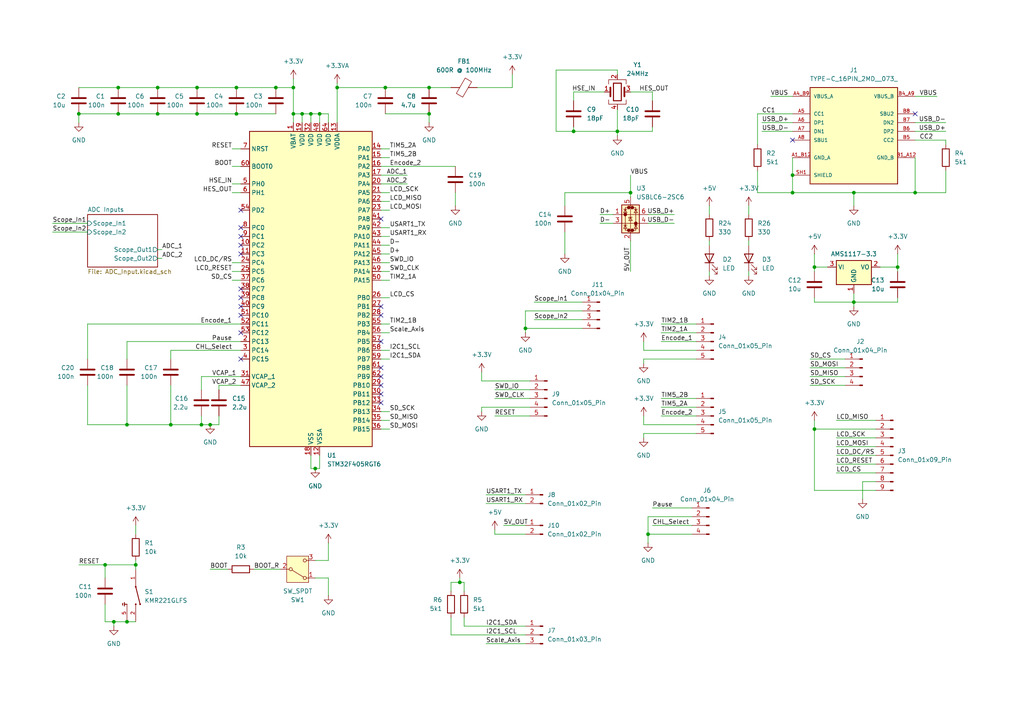
<source format=kicad_sch>
(kicad_sch (version 20250114) (generator "eeschema") (generator_version "9.0")
  (paper "A4")
  (junction (at 68.58 33.02))
  (junction (at 111.76 25.4))
  (junction (at 236.22 77.47))
  (junction (at 91.44 135.89))
  (junction (at 22.86 33.02))
  (junction (at 229.87 50.8))
  (junction (at 97.79 25.4))
  (junction (at 49.53 123.19))
  (junction (at 166.37 38.1))
  (junction (at 260.35 77.47))
  (junction (at 92.71 33.02))
  (junction (at 57.15 33.02))
  (junction (at 36.83 180.34))
  (junction (at 60.96 123.19))
  (junction (at 182.88 55.88))
  (junction (at 187.96 154.94))
  (junction (at 80.01 25.4))
  (junction (at 85.09 33.02))
  (junction (at 90.17 33.02))
  (junction (at 124.46 33.02))
  (junction (at 45.72 25.4))
  (junction (at 85.09 25.4))
  (junction (at 30.48 163.83))
  (junction (at 247.65 55.88))
  (junction (at 39.37 163.83))
  (junction (at 58.42 123.19))
  (junction (at 247.65 87.63))
  (junction (at 57.15 25.4))
  (junction (at 124.46 25.4))
  (junction (at 36.83 123.19))
  (junction (at 33.02 180.34))
  (junction (at 34.29 25.4))
  (junction (at 87.63 33.02))
  (junction (at 265.43 55.88))
  (junction (at 133.35 168.91))
  (junction (at 229.87 55.88))
  (junction (at 179.07 38.1))
  (junction (at 236.22 124.46))
  (junction (at 34.29 33.02))
  (junction (at 45.72 33.02))
  (junction (at 68.58 25.4))
  (junction (at 152.4 95.25))
  (no_connect (at 110.49 99.06))
  (no_connect (at 69.85 60.96))
  (no_connect (at 110.49 114.3))
  (no_connect (at 69.85 68.58))
  (no_connect (at 69.85 91.44))
  (no_connect (at 69.85 88.9))
  (no_connect (at 69.85 104.14))
  (no_connect (at 69.85 73.66))
  (no_connect (at 69.85 86.36))
  (no_connect (at 229.87 40.64))
  (no_connect (at 110.49 106.68))
  (no_connect (at 69.85 71.12))
  (no_connect (at 69.85 83.82))
  (no_connect (at 265.43 33.02))
  (no_connect (at 110.49 88.9))
  (no_connect (at 110.49 63.5))
  (no_connect (at 110.49 116.84))
  (no_connect (at 110.49 111.76))
  (no_connect (at 110.49 91.44))
  (no_connect (at 110.49 109.22))
  (no_connect (at 69.85 96.52))
  (no_connect (at 69.85 66.04))
  (wire (pts (xy 152.4 95.25) (xy 168.91 95.25)))
  (wire (pts (xy 134.62 179.07) (xy 134.62 181.61)))
  (wire (pts (xy 113.03 43.18) (xy 110.49 43.18)))
  (wire (pts (xy 113.03 76.2) (xy 110.49 76.2)))
  (wire (pts (xy 30.48 163.83) (xy 39.37 163.83)))
  (wire (pts (xy 60.96 123.19) (xy 63.5 123.19)))
  (wire (pts (xy 154.94 92.71) (xy 168.91 92.71)))
  (wire (pts (xy 68.58 33.02) (xy 80.01 33.02)))
  (wire (pts (xy 25.4 93.98) (xy 69.85 93.98)))
  (wire (pts (xy 236.22 124.46) (xy 236.22 121.92)))
  (wire (pts (xy 163.83 67.31) (xy 163.83 73.66)))
  (wire (pts (xy 134.62 168.91) (xy 133.35 168.91)))
  (wire (pts (xy 223.52 27.94) (xy 229.87 27.94)))
  (wire (pts (xy 113.03 73.66) (xy 110.49 73.66)))
  (wire (pts (xy 236.22 78.74) (xy 236.22 77.47)))
  (wire (pts (xy 113.03 124.46) (xy 110.49 124.46)))
  (wire (pts (xy 236.22 87.63) (xy 247.65 87.63)))
  (wire (pts (xy 34.29 25.4) (xy 22.86 25.4)))
  (wire (pts (xy 191.77 118.11) (xy 201.93 118.11)))
  (wire (pts (xy 36.83 99.06) (xy 69.85 99.06)))
  (wire (pts (xy 15.24 67.31) (xy 25.4 67.31)))
  (wire (pts (xy 265.43 38.1) (xy 274.32 38.1)))
  (wire (pts (xy 219.71 49.53) (xy 219.71 55.88)))
  (wire (pts (xy 113.03 58.42) (xy 110.49 58.42)))
  (wire (pts (xy 58.42 109.22) (xy 69.85 109.22)))
  (wire (pts (xy 67.31 53.34) (xy 69.85 53.34)))
  (wire (pts (xy 186.69 104.14) (xy 186.69 105.41)))
  (wire (pts (xy 133.35 168.91) (xy 130.81 168.91)))
  (wire (pts (xy 68.58 25.4) (xy 80.01 25.4)))
  (wire (pts (xy 217.17 59.69) (xy 217.17 62.23)))
  (wire (pts (xy 113.03 101.6) (xy 110.49 101.6)))
  (wire (pts (xy 39.37 162.56) (xy 39.37 163.83)))
  (wire (pts (xy 265.43 45.72) (xy 265.43 55.88)))
  (wire (pts (xy 189.23 152.4) (xy 200.66 152.4)))
  (wire (pts (xy 92.71 132.08) (xy 92.71 135.89)))
  (wire (pts (xy 242.57 137.16) (xy 254 137.16)))
  (wire (pts (xy 254 142.24) (xy 236.22 142.24)))
  (wire (pts (xy 191.77 93.98) (xy 201.93 93.98)))
  (wire (pts (xy 191.77 115.57) (xy 201.93 115.57)))
  (wire (pts (xy 182.88 55.88) (xy 182.88 57.15)))
  (wire (pts (xy 110.49 53.34) (xy 118.11 53.34)))
  (wire (pts (xy 57.15 25.4) (xy 68.58 25.4)))
  (wire (pts (xy 179.07 38.1) (xy 179.07 39.37)))
  (wire (pts (xy 92.71 33.02) (xy 90.17 33.02)))
  (wire (pts (xy 247.65 85.09) (xy 247.65 87.63)))
  (wire (pts (xy 91.44 167.64) (xy 95.25 167.64)))
  (wire (pts (xy 189.23 29.21) (xy 189.23 26.67)))
  (wire (pts (xy 113.03 119.38) (xy 110.49 119.38)))
  (wire (pts (xy 113.03 86.36) (xy 110.49 86.36)))
  (wire (pts (xy 113.03 93.98) (xy 110.49 93.98)))
  (wire (pts (xy 130.81 168.91) (xy 130.81 171.45)))
  (wire (pts (xy 92.71 33.02) (xy 92.71 35.56)))
  (wire (pts (xy 236.22 73.66) (xy 236.22 77.47)))
  (wire (pts (xy 250.19 139.7) (xy 250.19 144.78)))
  (wire (pts (xy 58.42 109.22) (xy 58.42 113.03)))
  (wire (pts (xy 234.95 109.22) (xy 245.11 109.22)))
  (wire (pts (xy 217.17 78.74) (xy 217.17 80.01)))
  (wire (pts (xy 242.57 129.54) (xy 254 129.54)))
  (wire (pts (xy 30.48 163.83) (xy 30.48 167.64)))
  (wire (pts (xy 234.95 106.68) (xy 245.11 106.68)))
  (wire (pts (xy 36.83 104.14) (xy 36.83 99.06)))
  (wire (pts (xy 80.01 25.4) (xy 85.09 25.4)))
  (wire (pts (xy 58.42 123.19) (xy 60.96 123.19)))
  (wire (pts (xy 254 139.7) (xy 250.19 139.7)))
  (wire (pts (xy 182.88 50.8) (xy 182.88 55.88)))
  (wire (pts (xy 182.88 69.85) (xy 182.88 78.74)))
  (wire (pts (xy 229.87 55.88) (xy 247.65 55.88)))
  (wire (pts (xy 242.57 121.92) (xy 254 121.92)))
  (wire (pts (xy 143.51 153.67) (xy 143.51 154.94)))
  (wire (pts (xy 201.93 125.73) (xy 186.69 125.73)))
  (wire (pts (xy 97.79 24.13) (xy 97.79 25.4)))
  (wire (pts (xy 22.86 33.02) (xy 22.86 35.56)))
  (wire (pts (xy 49.53 101.6) (xy 69.85 101.6)))
  (wire (pts (xy 187.96 64.77) (xy 195.58 64.77)))
  (wire (pts (xy 95.25 167.64) (xy 95.25 172.72)))
  (wire (pts (xy 113.03 121.92) (xy 110.49 121.92)))
  (wire (pts (xy 220.98 35.56) (xy 229.87 35.56)))
  (wire (pts (xy 220.98 38.1) (xy 229.87 38.1)))
  (wire (pts (xy 187.96 149.86) (xy 187.96 154.94)))
  (wire (pts (xy 219.71 33.02) (xy 229.87 33.02)))
  (wire (pts (xy 163.83 55.88) (xy 182.88 55.88)))
  (wire (pts (xy 219.71 41.91) (xy 219.71 33.02)))
  (wire (pts (xy 97.79 25.4) (xy 97.79 35.56)))
  (wire (pts (xy 110.49 50.8) (xy 118.11 50.8)))
  (wire (pts (xy 265.43 40.64) (xy 274.32 40.64)))
  (wire (pts (xy 260.35 87.63) (xy 260.35 86.36)))
  (wire (pts (xy 58.42 120.65) (xy 58.42 123.19)))
  (wire (pts (xy 242.57 132.08) (xy 254 132.08)))
  (wire (pts (xy 34.29 25.4) (xy 45.72 25.4)))
  (wire (pts (xy 173.99 64.77) (xy 177.8 64.77)))
  (wire (pts (xy 143.51 154.94) (xy 152.4 154.94)))
  (wire (pts (xy 113.03 68.58) (xy 110.49 68.58)))
  (wire (pts (xy 39.37 152.4) (xy 39.37 154.94)))
  (wire (pts (xy 260.35 78.74) (xy 260.35 77.47)))
  (wire (pts (xy 90.17 33.02) (xy 90.17 35.56)))
  (wire (pts (xy 110.49 48.26) (xy 132.08 48.26)))
  (wire (pts (xy 85.09 22.86) (xy 85.09 25.4)))
  (wire (pts (xy 205.74 69.85) (xy 205.74 71.12)))
  (wire (pts (xy 143.51 115.57) (xy 153.67 115.57)))
  (wire (pts (xy 191.77 120.65) (xy 201.93 120.65)))
  (wire (pts (xy 113.03 81.28) (xy 110.49 81.28)))
  (wire (pts (xy 186.69 120.65) (xy 186.69 123.19)))
  (wire (pts (xy 139.7 107.95) (xy 139.7 110.49)))
  (wire (pts (xy 201.93 104.14) (xy 186.69 104.14)))
  (wire (pts (xy 254 124.46) (xy 236.22 124.46)))
  (wire (pts (xy 274.32 49.53) (xy 274.32 55.88)))
  (wire (pts (xy 49.53 104.14) (xy 49.53 101.6)))
  (wire (pts (xy 90.17 33.02) (xy 87.63 33.02)))
  (wire (pts (xy 113.03 78.74) (xy 110.49 78.74)))
  (wire (pts (xy 49.53 123.19) (xy 58.42 123.19)))
  (wire (pts (xy 187.96 154.94) (xy 187.96 157.48)))
  (wire (pts (xy 33.02 180.34) (xy 36.83 180.34)))
  (wire (pts (xy 229.87 50.8) (xy 229.87 55.88)))
  (wire (pts (xy 25.4 123.19) (xy 36.83 123.19)))
  (wire (pts (xy 67.31 76.2) (xy 69.85 76.2)))
  (wire (pts (xy 30.48 180.34) (xy 33.02 180.34)))
  (wire (pts (xy 22.86 163.83) (xy 30.48 163.83)))
  (wire (pts (xy 124.46 25.4) (xy 130.81 25.4)))
  (wire (pts (xy 186.69 123.19) (xy 201.93 123.19)))
  (wire (pts (xy 154.94 87.63) (xy 168.91 87.63)))
  (wire (pts (xy 45.72 25.4) (xy 57.15 25.4)))
  (wire (pts (xy 134.62 181.61) (xy 152.4 181.61)))
  (wire (pts (xy 186.69 99.06) (xy 186.69 101.6)))
  (wire (pts (xy 113.03 96.52) (xy 110.49 96.52)))
  (wire (pts (xy 67.31 48.26) (xy 69.85 48.26)))
  (wire (pts (xy 152.4 96.52) (xy 152.4 95.25)))
  (wire (pts (xy 179.07 20.32) (xy 179.07 21.59)))
  (wire (pts (xy 260.35 73.66) (xy 260.35 77.47)))
  (wire (pts (xy 57.15 33.02) (xy 68.58 33.02)))
  (wire (pts (xy 260.35 77.47) (xy 255.27 77.47)))
  (wire (pts (xy 205.74 59.69) (xy 205.74 62.23)))
  (wire (pts (xy 73.66 165.1) (xy 81.28 165.1)))
  (wire (pts (xy 113.03 104.14) (xy 110.49 104.14)))
  (wire (pts (xy 148.59 25.4) (xy 148.59 21.59)))
  (wire (pts (xy 113.03 66.04) (xy 110.49 66.04)))
  (wire (pts (xy 15.24 64.77) (xy 25.4 64.77)))
  (wire (pts (xy 85.09 33.02) (xy 85.09 35.56)))
  (wire (pts (xy 229.87 45.72) (xy 229.87 50.8)))
  (wire (pts (xy 49.53 111.76) (xy 49.53 123.19)))
  (wire (pts (xy 124.46 33.02) (xy 124.46 35.56)))
  (wire (pts (xy 187.96 154.94) (xy 200.66 154.94)))
  (wire (pts (xy 189.23 38.1) (xy 189.23 36.83)))
  (wire (pts (xy 186.69 101.6) (xy 201.93 101.6)))
  (wire (pts (xy 67.31 55.88) (xy 69.85 55.88)))
  (wire (pts (xy 92.71 135.89) (xy 91.44 135.89)))
  (wire (pts (xy 97.79 25.4) (xy 111.76 25.4)))
  (wire (pts (xy 132.08 55.88) (xy 132.08 59.69)))
  (wire (pts (xy 67.31 78.74) (xy 69.85 78.74)))
  (wire (pts (xy 34.29 33.02) (xy 45.72 33.02)))
  (wire (pts (xy 143.51 113.03) (xy 153.67 113.03)))
  (wire (pts (xy 36.83 111.76) (xy 36.83 123.19)))
  (wire (pts (xy 90.17 135.89) (xy 91.44 135.89)))
  (wire (pts (xy 95.25 33.02) (xy 92.71 33.02)))
  (wire (pts (xy 236.22 142.24) (xy 236.22 124.46)))
  (wire (pts (xy 25.4 104.14) (xy 25.4 93.98)))
  (wire (pts (xy 33.02 180.34) (xy 33.02 181.61)))
  (wire (pts (xy 22.86 33.02) (xy 34.29 33.02)))
  (wire (pts (xy 236.22 77.47) (xy 240.03 77.47)))
  (wire (pts (xy 45.72 33.02) (xy 57.15 33.02)))
  (wire (pts (xy 67.31 43.18) (xy 69.85 43.18)))
  (wire (pts (xy 113.03 60.96) (xy 110.49 60.96)))
  (wire (pts (xy 247.65 55.88) (xy 247.65 59.69)))
  (wire (pts (xy 113.03 45.72) (xy 110.49 45.72)))
  (wire (pts (xy 63.5 123.19) (xy 63.5 120.65)))
  (wire (pts (xy 265.43 27.94) (xy 271.78 27.94)))
  (wire (pts (xy 205.74 78.74) (xy 205.74 80.01)))
  (wire (pts (xy 140.97 186.69) (xy 152.4 186.69)))
  (wire (pts (xy 45.72 72.39) (xy 46.99 72.39)))
  (wire (pts (xy 191.77 99.06) (xy 201.93 99.06)))
  (wire (pts (xy 242.57 134.62) (xy 254 134.62)))
  (wire (pts (xy 85.09 25.4) (xy 85.09 33.02)))
  (wire (pts (xy 242.57 127) (xy 254 127)))
  (wire (pts (xy 219.71 55.88) (xy 229.87 55.88)))
  (wire (pts (xy 30.48 175.26) (xy 30.48 180.34)))
  (wire (pts (xy 113.03 55.88) (xy 110.49 55.88)))
  (wire (pts (xy 111.76 33.02) (xy 124.46 33.02)))
  (wire (pts (xy 182.88 26.67) (xy 189.23 26.67)))
  (wire (pts (xy 113.03 71.12) (xy 110.49 71.12)))
  (wire (pts (xy 36.83 180.34) (xy 39.37 180.34)))
  (wire (pts (xy 146.05 152.4) (xy 152.4 152.4)))
  (wire (pts (xy 179.07 20.32) (xy 161.29 20.32)))
  (wire (pts (xy 234.95 111.76) (xy 245.11 111.76)))
  (wire (pts (xy 247.65 87.63) (xy 247.65 88.9)))
  (wire (pts (xy 274.32 40.64) (xy 274.32 41.91)))
  (wire (pts (xy 265.43 35.56) (xy 274.32 35.56)))
  (wire (pts (xy 140.97 146.05) (xy 152.4 146.05)))
  (wire (pts (xy 274.32 55.88) (xy 265.43 55.88)))
  (wire (pts (xy 200.66 149.86) (xy 187.96 149.86)))
  (wire (pts (xy 236.22 86.36) (xy 236.22 87.63)))
  (wire (pts (xy 143.51 120.65) (xy 153.67 120.65)))
  (wire (pts (xy 139.7 119.38) (xy 139.7 118.11)))
  (wire (pts (xy 191.77 96.52) (xy 201.93 96.52)))
  (wire (pts (xy 152.4 90.17) (xy 152.4 95.25)))
  (wire (pts (xy 166.37 38.1) (xy 179.07 38.1)))
  (wire (pts (xy 161.29 38.1) (xy 166.37 38.1)))
  (wire (pts (xy 163.83 55.88) (xy 163.83 59.69)))
  (wire (pts (xy 247.65 55.88) (xy 265.43 55.88)))
  (wire (pts (xy 90.17 132.08) (xy 90.17 135.89)))
  (wire (pts (xy 179.07 31.75) (xy 179.07 38.1)))
  (wire (pts (xy 140.97 143.51) (xy 152.4 143.51)))
  (wire (pts (xy 95.25 35.56) (xy 95.25 33.02)))
  (wire (pts (xy 138.43 25.4) (xy 148.59 25.4)))
  (wire (pts (xy 25.4 111.76) (xy 25.4 123.19)))
  (wire (pts (xy 111.76 25.4) (xy 124.46 25.4)))
  (wire (pts (xy 247.65 87.63) (xy 260.35 87.63)))
  (wire (pts (xy 133.35 167.64) (xy 133.35 168.91)))
  (wire (pts (xy 91.44 162.56) (xy 95.25 162.56)))
  (wire (pts (xy 87.63 33.02) (xy 87.63 35.56)))
  (wire (pts (xy 161.29 20.32) (xy 161.29 38.1)))
  (wire (pts (xy 189.23 147.32) (xy 200.66 147.32)))
  (wire (pts (xy 173.99 62.23) (xy 177.8 62.23)))
  (wire (pts (xy 67.31 81.28) (xy 69.85 81.28)))
  (wire (pts (xy 166.37 26.67) (xy 175.26 26.67)))
  (wire (pts (xy 45.72 74.93) (xy 46.99 74.93)))
  (wire (pts (xy 36.83 123.19) (xy 49.53 123.19)))
  (wire (pts (xy 139.7 118.11) (xy 153.67 118.11)))
  (wire (pts (xy 130.81 184.15) (xy 152.4 184.15)))
  (wire (pts (xy 134.62 171.45) (xy 134.62 168.91)))
  (wire (pts (xy 139.7 110.49) (xy 153.67 110.49)))
  (wire (pts (xy 168.91 90.17) (xy 152.4 90.17)))
  (wire (pts (xy 166.37 38.1) (xy 166.37 36.83)))
  (wire (pts (xy 60.96 165.1) (xy 66.04 165.1)))
  (wire (pts (xy 234.95 104.14) (xy 245.11 104.14)))
  (wire (pts (xy 187.96 62.23) (xy 195.58 62.23)))
  (wire (pts (xy 186.69 125.73) (xy 186.69 127)))
  (wire (pts (xy 63.5 111.76) (xy 63.5 113.03)))
  (wire (pts (xy 87.63 33.02) (xy 85.09 33.02)))
  (wire (pts (xy 179.07 38.1) (xy 189.23 38.1)))
  (wire (pts (xy 217.17 69.85) (xy 217.17 71.12)))
  (wire (pts (xy 39.37 163.83) (xy 39.37 165.1)))
  (wire (pts (xy 95.25 162.56) (xy 95.25 157.48)))
  (wire (pts (xy 63.5 111.76) (xy 69.85 111.76)))
  (wire (pts (xy 130.81 179.07) (xy 130.81 184.15)))
  (wire (pts (xy 166.37 29.21) (xy 166.37 26.67)))
  (label "BOOT" (at 67.31 48.26 180))
  (label "RESET" (at 67.31 43.18 180))
  (label "VBUS" (at 271.78 27.94 180))
  (label "ADC_2" (at 46.99 74.93 0))
  (label "LCD_MOSI" (at 242.57 129.54 0))
  (label "ADC_1" (at 118.11 50.8 180))
  (label "LCD_SCK" (at 242.57 127 0))
  (label "VCAP_1" (at 68.58 109.22 180))
  (label "USART1_TX" (at 140.97 143.51 0))
  (label "BOOT_R" (at 73.66 165.1 0))
  (label "LCD_RESET" (at 242.57 134.62 0))
  (label "TIM2_1A" (at 191.77 96.52 0))
  (label "D+" (at 113.03 73.66 0))
  (label "D-" (at 113.03 71.12 0))
  (label "SWD_CLK" (at 113.03 78.74 0))
  (label "TIM2_1A" (at 113.03 81.28 0))
  (label "SWD_IO" (at 113.03 76.2 0))
  (label "LCD_CS" (at 113.03 86.36 0))
  (label "TIM2_1B" (at 113.03 93.98 0))
  (label "SD_CS" (at 67.31 81.28 180))
  (label "LCD_RESET" (at 67.31 78.74 180))
  (label "LCD_DC{slash}RS" (at 67.31 76.2 180))
  (label "Scale_Axis" (at 113.03 96.52 0))
  (label "I2C1_SDA" (at 113.03 104.14 0))
  (label "I2C1_SCL" (at 113.03 101.6 0))
  (label "SD_SCK" (at 113.03 119.38 0))
  (label "SD_MOSI" (at 113.03 124.46 0))
  (label "SD_MISO" (at 113.03 121.92 0))
  (label "HES_OUT" (at 67.31 55.88 180))
  (label "HSE_IN" (at 67.31 53.34 180))
  (label "Pause" (at 67.31 99.06 180))
  (label "CHL_Select" (at 67.31 101.6 180))
  (label "Encode_1" (at 67.31 93.98 180))
  (label "LCD_SCK" (at 113.03 55.88 0))
  (label "LCD_MISO" (at 113.03 58.42 0))
  (label "LCD_MOSI" (at 113.03 60.96 0))
  (label "TIM5_2B" (at 113.03 45.72 0))
  (label "Encode_2" (at 113.03 48.26 0))
  (label "TIM5_2A" (at 113.03 43.18 0))
  (label "USART1_RX" (at 113.03 68.58 0))
  (label "USART1_TX" (at 113.03 66.04 0))
  (label "HES_OUT" (at 185.42 26.67 0))
  (label "USB_D+" (at 220.98 35.56 0))
  (label "Encode_1" (at 191.77 99.06 0))
  (label "VBUS" (at 182.88 50.8 0))
  (label "HSE_IN" (at 172.72 26.67 180))
  (label "USB_D-" (at 195.58 64.77 180))
  (label "D-" (at 173.99 64.77 0))
  (label "SD_SCK" (at 234.95 111.76 0))
  (label "Scale_Axis" (at 140.97 186.69 0))
  (label "Scope_In1" (at 154.94 87.63 0))
  (label "USB_D+" (at 274.32 38.1 180))
  (label "CC1" (at 220.98 33.02 0))
  (label "CHL_Select" (at 189.23 152.4 0))
  (label "TIM5_2B" (at 191.77 115.57 0))
  (label "VCAP_2" (at 68.58 111.76 180))
  (label "I2C1_SDA" (at 140.97 181.61 0))
  (label "VBUS" (at 223.52 27.94 0))
  (label "ADC_2" (at 118.11 53.34 180))
  (label "SD_CS" (at 234.95 104.14 0))
  (label "SD_MOSI" (at 234.95 106.68 0))
  (label "USB_D-" (at 220.98 38.1 0))
  (label "Scope_In1" (at 15.24 64.77 0))
  (label "BOOT" (at 60.96 165.1 0))
  (label "5V_OUT" (at 146.05 152.4 0))
  (label "SWD_CLK" (at 143.51 115.57 0))
  (label "TIM2_1B" (at 191.77 93.98 0))
  (label "RESET" (at 22.86 163.83 0))
  (label "Scope_In2" (at 154.94 92.71 0))
  (label "TIM5_2A" (at 191.77 118.11 0))
  (label "SWD_IO" (at 143.51 113.03 0))
  (label "Pause" (at 189.23 147.32 0))
  (label "5V_OUT" (at 182.88 78.74 90))
  (label "LCD_CS" (at 242.57 137.16 0))
  (label "I2C1_SCL" (at 140.97 184.15 0))
  (label "Scope_In2" (at 15.24 67.31 0))
  (label "USB_D-" (at 274.32 35.56 180))
  (label "USB_D+" (at 195.58 62.23 180))
  (label "Encode_2" (at 191.77 120.65 0))
  (label "ADC_1" (at 46.99 72.39 0))
  (label "SD_MISO" (at 234.95 109.22 0))
  (label "RESET" (at 143.51 120.65 0))
  (label "D+" (at 173.99 62.23 0))
  (label "USART1_RX" (at 140.97 146.05 0))
  (label "CC2" (at 266.7 40.64 0))
  (label "LCD_MISO" (at 242.57 121.92 0))
  (label "LCD_DC{slash}RS" (at 242.57 132.08 0))
  (symbol (lib_id "Device:R") (at 130.81 175.26 0) (mirror y) (unit 1)
    (property "Reference" "R6" (at 128.27 173.9899 0) (effects (justify left)))
    (property "Value" "5k1" (at 128.27 176.5299 0) (effects (justify left)))
    (property "Footprint" "Resistor_SMD:R_0805_2012Metric" (effects (hide yes)))
    (property "Datasheet" "https://jlcpcb.com/api/file/downloadByFileSystemAccessId/8579706704597925888" (effects (hide yes)))
    (property "Description" "0805W8F5101T5E" (effects (hide yes)))
    (property "Part NO." "C27834" (effects (hide yes)))
  )
  (symbol (lib_id "Connector:Conn_01x02_Pin") (at 157.48 143.51 0) (mirror y) (unit 1)
    (property "Reference" "J8" (at 158.75 143.5099 0) (effects (justify right)))
    (property "Value" "Conn_01x02_Pin" (at 158.75 146.0499 0) (effects (justify right)))
    (property "Footprint" "Connector_PinHeader_2.54mm:PinHeader_1x02_P2.54mm_Vertical" (effects (hide yes)))
    (property "Datasheet" "https://jlcpcb.com/api/file/downloadByFileSystemAccessId/8588954736053653504" (effects (hide yes)))
    (property "Description" "KH-2.54PH180-1X2P-L11.5" (effects (hide yes)))
    (property "Part NO." "C2932698" (effects (hide yes)))
  )
  (symbol (lib_id "power:GND") (at 139.7 119.38 0) (unit 1)
    (property "Reference" "#PWR031" (effects (hide yes)))
    (property "Value" "GND" (at 139.7 124.46 0))
    (property "Description" "Power symbol creates a global label with name \"GND\" , ground" (effects (hide yes)))
  )
  (symbol (lib_id "power:GND") (at 205.74 80.01 0) (unit 1)
    (property "Reference" "#PWR053" (effects (hide yes)))
    (property "Value" "GND" (at 205.74 85.09 0))
    (property "Description" "Power symbol creates a global label with name \"GND\" , ground" (effects (hide yes)))
  )
  (symbol (lib_id "power:+3.3VA") (at 139.7 107.95 0) (unit 1)
    (property "Reference" "#PWR032" (effects (hide yes)))
    (property "Value" "+3.3V" (at 139.7 102.87 0))
    (property "Description" "Power symbol creates a global label with name \"+3.3VA\"" (effects (hide yes)))
  )
  (symbol (lib_id "Device:C") (at 260.35 82.55 0) (unit 1)
    (property "Reference" "C13" (at 256.54 81.2799 0) (effects (justify right)))
    (property "Value" "10u" (at 256.54 83.8199 0) (effects (justify right)))
    (property "Footprint" "Capacitor_SMD:C_0805_2012Metric" (effects (hide yes)))
    (property "Datasheet" "https://jlcpcb.com/api/file/downloadByFileSystemAccessId/8579706853615591424" (effects (hide yes)))
    (property "Description" "CL21A106KAYNNNE" (effects (hide yes)))
    (property "Part NO." "C15850" (effects (hide yes)))
  )
  (symbol (lib_id "Device:C") (at 58.42 116.84 0) (mirror y) (unit 1)
    (property "Reference" "C16" (at 54.61 115.5699 0) (effects (justify left)))
    (property "Value" "2.2u" (at 54.61 118.1099 0) (effects (justify left)))
    (property "Footprint" "Capacitor_SMD:C_0805_2012Metric" (effects (hide yes)))
    (property "Datasheet" "https://jlcpcb.com/api/file/downloadByFileSystemAccessId/8588932555597369344" (effects (hide yes)))
    (property "Description" "CL21A225KBQNNNE" (effects (hide yes)))
    (property "Part NO." "C377773" (effects (hide yes)))
  )
  (symbol (lib_id "power:GND") (at 22.86 35.56 0) (unit 1)
    (property "Reference" "#PWR03" (effects (hide yes)))
    (property "Value" "GND" (at 22.86 40.64 0))
    (property "Description" "Power symbol creates a global label with name \"GND\" , ground" (effects (hide yes)))
  )
  (symbol (lib_id "Device:C") (at 189.23 33.02 0) (mirror y) (unit 1)
    (property "Reference" "C10" (at 185.42 31.7499 0) (effects (justify left)))
    (property "Value" "18pF" (at 185.42 34.2899 0) (effects (justify left)))
    (property "Footprint" "Capacitor_SMD:C_0805_2012Metric" (effects (hide yes)))
    (property "Datasheet" "https://jlcpcb.com/api/file/downloadByFileSystemAccessId/8579706813400469504" (effects (hide yes)))
    (property "Description" "0805CG180J500NT" (effects (hide yes)))
    (property "Part NO." "C1797" (effects (hide yes)))
  )
  (symbol (lib_id "power:GND") (at 152.4 96.52 0) (unit 1)
    (property "Reference" "#PWR045" (effects (hide yes)))
    (property "Value" "GND" (at 152.4 101.6 0))
    (property "Description" "Power symbol creates a global label with name \"GND\" , ground" (effects (hide yes)))
  )
  (symbol (lib_id "power:GND") (at 217.17 80.01 0) (unit 1)
    (property "Reference" "#PWR054" (effects (hide yes)))
    (property "Value" "GND" (at 217.17 85.09 0))
    (property "Description" "Power symbol creates a global label with name \"GND\" , ground" (effects (hide yes)))
  )
  (symbol (lib_id "Device:C") (at 132.08 52.07 0) (mirror y) (unit 1)
    (property "Reference" "C19" (at 135.89 50.7999 0) (effects (justify right)))
    (property "Value" "100n" (at 135.89 53.3399 0) (effects (justify right)))
    (property "Footprint" "Capacitor_SMD:C_0805_2012Metric" (effects (hide yes)))
    (property "Datasheet" "https://jlcpcb.com/api/file/downloadByFileSystemAccessId/8586178643478892544" (effects (hide yes)))
    (property "Description" "CL21B104KCFNNNE" (effects (hide yes)))
    (property "Part NO." "C28233" (effects (hide yes)))
  )
  (symbol (lib_id "Device:C") (at 166.37 33.02 0) (unit 1)
    (property "Reference" "C9" (at 170.18 31.7499 0) (effects (justify left)))
    (property "Value" "18pF" (at 170.18 34.2899 0) (effects (justify left)))
    (property "Footprint" "Capacitor_SMD:C_0805_2012Metric" (effects (hide yes)))
    (property "Datasheet" "https://jlcpcb.com/api/file/downloadByFileSystemAccessId/8579706813400469504" (effects (hide yes)))
    (property "Description" "0805CG180J500NT" (effects (hide yes)))
    (property "Part NO." "C1797" (effects (hide yes)))
  )
  (symbol (lib_id "power:GND") (at 179.07 39.37 0) (unit 1)
    (property "Reference" "#PWR07" (effects (hide yes)))
    (property "Value" "GND" (at 179.07 44.45 0))
    (property "Description" "Power symbol creates a global label with name \"GND\" , ground" (effects (hide yes)))
  )
  (symbol (lib_id "power:+3.3V") (at 95.25 157.48 0) (unit 1)
    (property "Reference" "#PWR010" (effects (hide yes)))
    (property "Value" "+3.3V" (at 95.25 152.4 0))
    (property "Description" "Power symbol creates a global label with name \"+3.3V\"" (effects (hide yes)))
  )
  (symbol (lib_id "power:GND") (at 186.69 105.41 0) (unit 1)
    (property "Reference" "#PWR023" (effects (hide yes)))
    (property "Value" "GND" (at 186.69 110.49 0))
    (property "Description" "Power symbol creates a global label with name \"GND\" , ground" (effects (hide yes)))
  )
  (symbol (lib_id "Device:R") (at 219.71 45.72 0) (unit 1)
    (property "Reference" "R2" (at 222.25 44.4499 0) (effects (justify left)))
    (property "Value" "5k1" (at 222.25 46.9899 0) (effects (justify left)))
    (property "Footprint" "Resistor_SMD:R_0805_2012Metric" (effects (hide yes)))
    (property "Datasheet" "https://jlcpcb.com/api/file/downloadByFileSystemAccessId/8579706704597925888" (effects (hide yes)))
    (property "Description" "0805W8F5101T5E" (effects (hide yes)))
    (property "Part NO." "C27834" (effects (hide yes)))
  )
  (symbol (lib_id "Device:C") (at 49.53 107.95 0) (unit 1)
    (property "Reference" "C17" (at 45.72 106.6799 0) (effects (justify right)))
    (property "Value" "100n" (at 45.72 109.2199 0) (effects (justify right)))
    (property "Footprint" "Capacitor_SMD:C_0805_2012Metric" (effects (hide yes)))
    (property "Datasheet" "https://jlcpcb.com/api/file/downloadByFileSystemAccessId/8586178643478892544" (effects (hide yes)))
    (property "Description" "CL21B104KCFNNNE" (effects (hide yes)))
    (property "Part NO." "C28233" (effects (hide yes)))
  )
  (symbol (lib_id "power:+3.3VA") (at 148.59 21.59 0) (unit 1)
    (property "Reference" "#PWR06" (effects (hide yes)))
    (property "Value" "+3.3V" (at 148.59 16.51 0))
    (property "Description" "Power symbol creates a global label with name \"+3.3VA\"" (effects (hide yes)))
  )
  (symbol (lib_id "Connector:Conn_01x04_Pin") (at 173.99 90.17 0) (mirror y) (unit 1)
    (property "Reference" "J11" (at 173.355 82.55 0))
    (property "Value" "Conn_01x04_Pin" (at 173.355 85.09 0))
    (property "Footprint" "Connector_PinHeader_2.54mm:PinHeader_1x04_P2.54mm_Vertical" (effects (hide yes)))
    (property "Datasheet" "https://jlcpcb.com/api/file/downloadByFileSystemAccessId/8588945377441144832" (effects (hide yes)))
    (property "Description" "KH-2.54PH180-1X4P-L11.5" (effects (hide yes)))
    (property "Part NO." "C2905435" (effects (hide yes)))
  )
  (symbol (lib_id "Regulator_Linear:AMS1117-3.3") (at 247.65 77.47 0) (unit 1)
    (property "Reference" "U2" (effects (hide yes)))
    (property "Value" "AMS1117-3.3" (at 247.65 73.66 0))
    (property "Footprint" "Package_TO_SOT_SMD:SOT-223-3_TabPin2" (effects (hide yes)))
    (property "Datasheet" "http://www.advanced-monolithic.com/pdf/ds1117.pdf" (effects (hide yes)))
    (property "Description" "AMS1117-3.3V" (effects (hide yes)))
    (property "Part NO." "C2688239" (effects (hide yes)))
  )
  (symbol (lib_id "power:+3.3VA") (at 97.79 24.13 0) (unit 1)
    (property "Reference" "#PWR04" (effects (hide yes)))
    (property "Value" "+3.3VA" (at 97.79 19.05 0))
    (property "Description" "Power symbol creates a global label with name \"+3.3VA\"" (effects (hide yes)))
  )
  (symbol (lib_id "power:GND") (at 163.83 73.66 0) (unit 1)
    (property "Reference" "#PWR018" (effects (hide yes)))
    (property "Value" "GND" (at 163.83 78.74 0))
    (property "Description" "Power symbol creates a global label with name \"GND\" , ground" (effects (hide yes)))
  )
  (symbol (lib_id "Device:R") (at 39.37 158.75 180) (unit 1)
    (property "Reference" "R1" (at 41.91 157.4799 0) (effects (justify right)))
    (property "Value" "10k" (at 41.91 160.0199 0) (effects (justify right)))
    (property "Footprint" "Resistor_SMD:R_0805_2012Metric" (effects (hide yes)))
    (property "Datasheet" "https://jlcpcb.com/api/file/downloadByFileSystemAccessId/8562006748401074176" (effects (hide yes)))
    (property "Description" "0805W8F1002T5E" (effects (hide yes)))
    (property "Part NO." "C17414" (effects (hide yes)))
  )
  (symbol (lib_id "power:GND") (at 247.65 88.9 0) (unit 1)
    (property "Reference" "#PWR015" (effects (hide yes)))
    (property "Value" "GND" (at 247.65 93.98 0))
    (property "Description" "Power symbol creates a global label with name \"GND\" , ground" (effects (hide yes)))
  )
  (symbol (lib_id "MCU_ST_STM32F4:STM32F405RGTx") (at 90.17 83.82 0) (unit 1)
    (property "Reference" "U1" (at 94.8533 132.08 0) (effects (justify left)))
    (property "Value" "STM32F405RGT6" (at 94.8533 134.62 0) (effects (justify left)))
    (property "Footprint" "Package_QFP:LQFP-64_10x10mm_P0.5mm" (effects (hide yes)))
    (property "Datasheet" "https://www.st.com/resource/en/datasheet/stm32f405rg.pdf" (effects (hide yes)))
    (property "Description" "STMicroelectronics Arm Cortex-M4 MCU, 1024KB flash, 192KB RAM, 168 MHz, 1.8-3.6V, 51 GPIO, LQFP64" (effects (hide yes)))
    (property "Part NO." "C15742" (effects (hide yes)))
  )
  (symbol (lib_id "Device:R") (at 205.74 66.04 0) (mirror y) (unit 1)
    (property "Reference" "R24" (at 208.28 64.7699 0) (effects (justify right)))
    (property "Value" "330" (at 208.28 67.3099 0) (effects (justify right)))
    (property "Footprint" "Resistor_SMD:R_0805_2012Metric" (effects (hide yes)))
    (property "Datasheet" "https://jlcpcb.com/api/file/downloadByFileSystemAccessId/8579706569889464320" (effects (hide yes)))
    (property "Description" "0805W8F3300T5E" (effects (hide yes)))
    (property "Part NO." "C17630" (effects (hide yes)))
  )
  (symbol (lib_id "KMR221GLFS:KMR221GLFS") (at 39.37 172.72 270) (unit 1)
    (property "Reference" "S1" (at 41.91 171.6404 90) (effects (justify left)))
    (property "Value" "KMR221GLFS" (at 41.91 174.1804 90) (effects (justify left)))
    (property "Footprint" "02Footprints:SW_KMR221GLFS" (effects (hide yes)))
    (property "Datasheet" "https://jlcpcb.com/api/file/downloadByFileSystemAccessId/8588916370310369280" (effects (hide yes)))
    (property "Description" "KMR221GLFS" (effects (hide yes)))
    (property "Part NO." "C72443" (effects (hide yes)))
    (property "MF" "C&K" (effects (hide yes)))
    (property "Description_1" "Tactile Switch SPST-NO Top Actuated Surface Mount" (effects (hide yes)))
    (property "Package" "None" (effects (hide yes)))
    (property "Price" "None" (effects (hide yes)))
    (property "Check_prices" "https://www.snapeda.com/parts/KMR221GLFS/C%2526K/view-part/?ref=eda" (effects (hide yes)))
    (property "SnapEDA_Link" "https://www.snapeda.com/parts/KMR221GLFS/C%2526K/view-part/?ref=snap" (effects (hide yes)))
    (property "MP" "KMR221GLFS" (effects (hide yes)))
    (property "Availability" "In Stock" (effects (hide yes)))
    (property "MANUFACTURER" "CnK" (effects (hide yes)))
  )
  (symbol (lib_id "power:+3.3VA") (at 217.17 59.69 0) (unit 1)
    (property "Reference" "#PWR056" (effects (hide yes)))
    (property "Value" "+3.3V" (at 217.17 54.61 0))
    (property "Description" "Power symbol creates a global label with name \"+3.3VA\"" (effects (hide yes)))
  )
  (symbol (lib_id "Device:C") (at 45.72 29.21 0) (unit 1)
    (property "Reference" "C6" (at 41.91 27.9399 0) (effects (justify right)))
    (property "Value" "100n" (at 41.91 30.4799 0) (effects (justify right)))
    (property "Footprint" "Capacitor_SMD:C_0805_2012Metric" (effects (hide yes)))
    (property "Datasheet" "https://jlcpcb.com/api/file/downloadByFileSystemAccessId/8586178643478892544" (effects (hide yes)))
    (property "Description" "CL21B104KCFNNNE" (effects (hide yes)))
    (property "Part NO." "C28233" (effects (hide yes)))
  )
  (symbol (lib_id "power:+5V") (at 236.22 73.66 0) (unit 1)
    (property "Reference" "#PWR017" (effects (hide yes)))
    (property "Value" "+5V" (at 236.22 68.58 0))
    (property "Description" "Power symbol creates a global label with name \"+5V\"" (effects (hide yes)))
  )
  (symbol (lib_id "Device:C") (at 22.86 29.21 0) (unit 1)
    (property "Reference" "C2" (at 19.05 27.9399 0) (effects (justify right)))
    (property "Value" "10u" (at 19.05 30.4799 0) (effects (justify right)))
    (property "Footprint" "Capacitor_SMD:C_0805_2012Metric" (effects (hide yes)))
    (property "Datasheet" "https://jlcpcb.com/api/file/downloadByFileSystemAccessId/8579706853615591424" (effects (hide yes)))
    (property "Description" "CL21A106KAYNNNE" (effects (hide yes)))
    (property "Part NO." "C15850" (effects (hide yes)))
  )
  (symbol (lib_id "power:GND") (at 124.46 35.56 0) (unit 1)
    (property "Reference" "#PWR05" (effects (hide yes)))
    (property "Value" "GND" (at 124.46 40.64 0))
    (property "Description" "Power symbol creates a global label with name \"GND\" , ground" (effects (hide yes)))
  )
  (symbol (lib_id "power:GND") (at 95.25 172.72 0) (unit 1)
    (property "Reference" "#PWR011" (effects (hide yes)))
    (property "Value" "GND" (at 95.25 177.8 0))
    (property "Description" "Power symbol creates a global label with name \"GND\" , ground" (effects (hide yes)))
  )
  (symbol (lib_id "Device:C") (at 163.83 63.5 0) (unit 1)
    (property "Reference" "C14" (at 160.02 62.2299 0) (effects (justify right)))
    (property "Value" "100n" (at 160.02 64.7699 0) (effects (justify right)))
    (property "Footprint" "Capacitor_SMD:C_0805_2012Metric" (effects (hide yes)))
    (property "Datasheet" "https://jlcpcb.com/api/file/downloadByFileSystemAccessId/8586178643478892544" (effects (hide yes)))
    (property "Description" "CL21B104KCFNNNE" (effects (hide yes)))
    (property "Part NO." "C28233" (effects (hide yes)))
  )
  (symbol (lib_id "Device:C") (at 63.5 116.84 0) (unit 1)
    (property "Reference" "C15" (at 67.31 115.5699 0) (effects (justify left)))
    (property "Value" "2.2u" (at 67.31 118.1099 0) (effects (justify left)))
    (property "Footprint" "Capacitor_SMD:C_0805_2012Metric" (effects (hide yes)))
    (property "Datasheet" "https://jlcpcb.com/api/file/downloadByFileSystemAccessId/8588932555597369344" (effects (hide yes)))
    (property "Description" "CL21A225KBQNNNE" (effects (hide yes)))
    (property "Part NO." "C377773" (effects (hide yes)))
  )
  (symbol (lib_id "power:GND") (at 91.44 135.89 0) (unit 1)
    (property "Reference" "#PWR01" (effects (hide yes)))
    (property "Value" "GND" (at 91.44 140.97 0))
    (property "Description" "Power symbol creates a global label with name \"GND\" , ground" (effects (hide yes)))
  )
  (symbol (lib_id "power:+3.3V") (at 39.37 152.4 0) (unit 1)
    (property "Reference" "#PWR08" (effects (hide yes)))
    (property "Value" "+3.3V" (at 39.37 147.32 0))
    (property "Description" "Power symbol creates a global label with name \"+3.3V\"" (effects (hide yes)))
  )
  (symbol (lib_id "power:+5V") (at 143.51 153.67 0) (unit 1)
    (property "Reference" "#PWR030" (effects (hide yes)))
    (property "Value" "+5V" (at 143.51 148.59 0))
    (property "Description" "Power symbol creates a global label with name \"+5V\"" (effects (hide yes)))
  )
  (symbol (lib_id "Device:C") (at 68.58 29.21 0) (unit 1)
    (property "Reference" "C4" (at 64.77 27.9399 0) (effects (justify right)))
    (property "Value" "100n" (at 64.77 30.4799 0) (effects (justify right)))
    (property "Footprint" "Capacitor_SMD:C_0805_2012Metric" (effects (hide yes)))
    (property "Datasheet" "https://jlcpcb.com/api/file/downloadByFileSystemAccessId/8586178643478892544" (effects (hide yes)))
    (property "Description" "CL21B104KCFNNNE" (effects (hide yes)))
    (property "Part NO." "C28233" (effects (hide yes)))
  )
  (symbol (lib_id "Power_Protection:USBLC6-2SC6") (at 182.88 62.23 0) (unit 1)
    (property "Reference" "U3" (at 184.5311 54.61 0) (effects (justify left)))
    (property "Value" "USBLC6-2SC6" (at 184.5311 57.15 0) (effects (justify left)))
    (property "Footprint" "Package_TO_SOT_SMD:SOT-23-6" (effects (hide yes)))
    (property "Datasheet" "https://www.st.com/resource/en/datasheet/usblc6-2.pdf" (effects (hide yes)))
    (property "Description" "Very low capacitance ESD protection diode, 2 data-line, SOT-23-6" (effects (hide yes)))
    (property "Part NO." "C7519" (effects (hide yes)))
  )
  (symbol (lib_id "Device:Crystal_GND24") (at 179.07 26.67 0) (unit 1)
    (property "Reference" "Y1" (at 184.912 18.796 0))
    (property "Value" "24MHz" (at 184.912 21.336 0))
    (property "Footprint" "Crystal:Crystal_SMD_3225-4Pin_3.2x2.5mm" (effects (hide yes)))
    (property "Datasheet" "https://jlcpcb.com/api/file/downloadByFileSystemAccessId/8588880998050779136" (effects (hide yes)))
    (property "Description" "X322524MOB4SI" (effects (hide yes)))
    (property "Part NO." "C70590" (effects (hide yes)))
  )
  (symbol (lib_id "TYPE-C_16PIN_2MD__073_:TYPE-C_16PIN_2MD__073_") (at 247.65 38.1 0) (unit 1)
    (property "Reference" "J1" (at 247.65 20.32 0))
    (property "Value" "TYPE-C_16PIN_2MD__073_" (at 247.65 22.86 0))
    (property "Footprint" "02Footprints:SHOUHAN_TYPE-C_16PIN_2MD__073_" (effects (hide yes)))
    (property "Datasheet" "https://jlcpcb.com/api/file/downloadByFileSystemAccessId/8588893971980423168" (effects (hide yes)))
    (property "Description" "TYPE-C16PIN" (effects (hide yes)))
    (property "Part NO." "C393939" (effects (hide yes)))
    (property "MF" "Shouhan" (effects (hide yes)))
    (property "MAXIMUM_PACKAGE_HEIGHT" "3.16mm" (effects (hide yes)))
    (property "CREATOR" "AMINA" (effects (hide yes)))
    (property "Price" "None" (effects (hide yes)))
    (property "Package" "Package" (effects (hide yes)))
    (property "Check_prices" "https://www.snapeda.com/parts/TYPE-C%2016PIN%202MD%20(073)/Shouhan/view-part/?ref=eda" (effects (hide yes)))
    (property "STANDARD" "Manufacturer Recommendations" (effects (hide yes)))
    (property "PARTREV" "A" (effects (hide yes)))
    (property "VERIFIER" "Your name, use the same always" (effects (hide yes)))
    (property "SnapEDA_Link" "https://www.snapeda.com/parts/TYPE-C%2016PIN%202MD%20(073)/Shouhan/view-part/?ref=snap" (effects (hide yes)))
    (property "MP" "TYPE-C 16PIN 2MD (073)" (effects (hide yes)))
    (property "Description_1" "DC-5V 5A Type C USB" (effects (hide yes)))
    (property "Availability" "Not in stock" (effects (hide yes)))
    (property "MANUFACTURER" "Shouhan" (effects (hide yes)))
  )
  (symbol (lib_id "Connector:Conn_01x05_Pin") (at 158.75 115.57 0) (mirror y) (unit 1)
    (property "Reference" "J9" (at 160.02 114.2999 0) (effects (justify right)))
    (property "Value" "Conn_01x05_Pin" (at 160.02 116.8399 0) (effects (justify right)))
    (property "Footprint" "Connector_PinHeader_2.54mm:PinHeader_1x05_P2.54mm_Vertical" (effects (hide yes)))
    (property "Datasheet" "https://jlcpcb.com/api/file/downloadByFileSystemAccessId/8588954835601264640" (effects (hide yes)))
    (property "Description" "KH-2.54PH180-1X5P-L11.5" (effects (hide yes)))
    (property "Part NO." "C2932699" (effects (hide yes)))
  )
  (symbol (lib_id "Device:C") (at 80.01 29.21 0) (unit 1)
    (property "Reference" "C3" (at 76.2 27.9399 0) (effects (justify right)))
    (property "Value" "100n" (at 76.2 30.4799 0) (effects (justify right)))
    (property "Footprint" "Capacitor_SMD:C_0805_2012Metric" (effects (hide yes)))
    (property "Datasheet" "https://jlcpcb.com/api/file/downloadByFileSystemAccessId/8586178643478892544" (effects (hide yes)))
    (property "Description" "CL21B104KCFNNNE" (effects (hide yes)))
    (property "Part NO." "C28233" (effects (hide yes)))
  )
  (symbol (lib_id "Device:R") (at 274.32 45.72 0) (unit 1)
    (property "Reference" "R4" (at 276.86 44.4499 0) (effects (justify left)))
    (property "Value" "5k1" (at 276.86 46.9899 0) (effects (justify left)))
    (property "Footprint" "Resistor_SMD:R_0805_2012Metric" (effects (hide yes)))
    (property "Datasheet" "https://jlcpcb.com/api/file/downloadByFileSystemAccessId/8579706704597925888" (effects (hide yes)))
    (property "Description" "0805W8F5101T5E" (effects (hide yes)))
    (property "Part NO." "C27834" (effects (hide yes)))
  )
  (symbol (lib_id "power:GND") (at 132.08 59.69 0) (unit 1)
    (property "Reference" "#PWR028" (effects (hide yes)))
    (property "Value" "GND" (at 132.08 64.77 0))
    (property "Description" "Power symbol creates a global label with name \"GND\" , ground" (effects (hide yes)))
  )
  (symbol (lib_id "Connector:Conn_01x04_Pin") (at 205.74 149.86 0) (mirror y) (unit 1)
    (property "Reference" "J6" (at 205.105 142.24 0))
    (property "Value" "Conn_01x04_Pin" (at 205.105 144.78 0))
    (property "Footprint" "Connector_PinHeader_2.54mm:PinHeader_1x04_P2.54mm_Vertical" (effects (hide yes)))
    (property "Datasheet" "https://jlcpcb.com/api/file/downloadByFileSystemAccessId/8588945377441144832" (effects (hide yes)))
    (property "Description" "KH-2.54PH180-1X4P-L11.5" (effects (hide yes)))
    (property "Part NO." "C2905435" (effects (hide yes)))
  )
  (symbol (lib_id "Connector:Conn_01x09_Pin") (at 259.08 132.08 0) (mirror y) (unit 1)
    (property "Reference" "J3" (at 260.35 130.8099 0) (effects (justify right)))
    (property "Value" "Conn_01x09_Pin" (at 260.35 133.3499 0) (effects (justify right)))
    (property "Footprint" "Connector_PinHeader_2.54mm:PinHeader_1x09_P2.54mm_Vertical" (effects (hide yes)))
    (property "Datasheet" "https://jlcpcb.com/api/file/downloadByFileSystemAccessId/8588954671779733504" (effects (hide yes)))
    (property "Description" "KH-2.54PH180-1X9P-L11.5" (effects (hide yes)))
    (property "Part NO." "C2932701" (effects (hide yes)))
  )
  (symbol (lib_id "power:+3.3VA") (at 186.69 120.65 0) (unit 1)
    (property "Reference" "#PWR025" (effects (hide yes)))
    (property "Value" "+3.3V" (at 186.69 115.57 0))
    (property "Description" "Power symbol creates a global label with name \"+3.3VA\"" (effects (hide yes)))
  )
  (symbol (lib_id "power:+3.3V") (at 236.22 121.92 0) (unit 1)
    (property "Reference" "#PWR020" (effects (hide yes)))
    (property "Value" "+3.3V" (at 236.22 116.84 0))
    (property "Description" "Power symbol creates a global label with name \"+3.3V\"" (effects (hide yes)))
  )
  (symbol (lib_id "Device:FerriteBead") (at 134.62 25.4 90) (unit 1)
    (property "Reference" "FB1" (at 134.5692 17.78 90))
    (property "Value" "600R @ 100MHz" (at 134.5692 20.32 90))
    (property "Footprint" "Capacitor_SMD:C_0805_2012Metric" (effects (hide yes)))
    (property "Datasheet" "https://jlcpcb.com/api/file/downloadByFileSystemAccessId/8565214663974404096" (effects (hide yes)))
    (property "Description" "GZ2012D601TF" (effects (hide yes)))
    (property "Part NO." "C1017" (effects (hide yes)))
  )
  (symbol (lib_id "Device:R") (at 134.62 175.26 0) (unit 1)
    (property "Reference" "R5" (at 137.16 173.9899 0) (effects (justify left)))
    (property "Value" "5k1" (at 137.16 176.5299 0) (effects (justify left)))
    (property "Footprint" "Resistor_SMD:R_0805_2012Metric" (effects (hide yes)))
    (property "Datasheet" "https://jlcpcb.com/api/file/downloadByFileSystemAccessId/8579706704597925888" (effects (hide yes)))
    (property "Description" "0805W8F5101T5E" (effects (hide yes)))
    (property "Part NO." "C27834" (effects (hide yes)))
  )
  (symbol (lib_id "power:GND") (at 250.19 144.78 0) (unit 1)
    (property "Reference" "#PWR021" (effects (hide yes)))
    (property "Value" "GND" (at 250.19 149.86 0))
    (property "Description" "Power symbol creates a global label with name \"GND\" , ground" (effects (hide yes)))
  )
  (symbol (lib_id "power:+3.3VA") (at 260.35 73.66 0) (unit 1)
    (property "Reference" "#PWR016" (effects (hide yes)))
    (property "Value" "+3.3V" (at 260.35 68.58 0))
    (property "Description" "Power symbol creates a global label with name \"+3.3VA\"" (effects (hide yes)))
  )
  (symbol (lib_id "power:GND") (at 60.96 123.19 0) (unit 1)
    (property "Reference" "#PWR022" (effects (hide yes)))
    (property "Value" "GND" (at 60.96 128.27 0))
    (property "Description" "Power symbol creates a global label with name \"GND\" , ground" (effects (hide yes)))
  )
  (symbol (lib_id "Device:R") (at 217.17 66.04 0) (mirror y) (unit 1)
    (property "Reference" "R26" (at 219.71 64.7699 0) (effects (justify right)))
    (property "Value" "330" (at 219.71 67.3099 0) (effects (justify right)))
    (property "Footprint" "Resistor_SMD:R_0805_2012Metric" (effects (hide yes)))
    (property "Datasheet" "https://jlcpcb.com/api/file/downloadByFileSystemAccessId/8579706569889464320" (effects (hide yes)))
    (property "Description" "0805W8F3300T5E" (effects (hide yes)))
    (property "Part NO." "C17630" (effects (hide yes)))
  )
  (symbol (lib_id "Device:C") (at 36.83 107.95 0) (unit 1)
    (property "Reference" "C18" (at 33.02 106.6799 0) (effects (justify right)))
    (property "Value" "100n" (at 33.02 109.2199 0) (effects (justify right)))
    (property "Footprint" "Capacitor_SMD:C_0805_2012Metric" (effects (hide yes)))
    (property "Datasheet" "https://jlcpcb.com/api/file/downloadByFileSystemAccessId/8586178643478892544" (effects (hide yes)))
    (property "Description" "CL21B104KCFNNNE" (effects (hide yes)))
    (property "Part NO." "C28233" (effects (hide yes)))
  )
  (symbol (lib_id "Device:R") (at 69.85 165.1 90) (unit 1)
    (property "Reference" "R3" (at 69.85 158.75 90))
    (property "Value" "10k" (at 69.85 161.29 90))
    (property "Footprint" "Resistor_SMD:R_0805_2012Metric" (effects (hide yes)))
    (property "Datasheet" "https://jlcpcb.com/api/file/downloadByFileSystemAccessId/8562006748401074176" (effects (hide yes)))
    (property "Description" "0805W8F1002T5E" (effects (hide yes)))
    (property "Part NO." "C17414" (effects (hide yes)))
  )
  (symbol (lib_id "Device:C") (at 111.76 29.21 0) (unit 1)
    (property "Reference" "C7" (at 107.95 27.9399 0) (effects (justify right)))
    (property "Value" "100n" (at 107.95 30.4799 0) (effects (justify right)))
    (property "Footprint" "Capacitor_SMD:C_0805_2012Metric" (effects (hide yes)))
    (property "Datasheet" "https://jlcpcb.com/api/file/downloadByFileSystemAccessId/8586178643478892544" (effects (hide yes)))
    (property "Description" "CL21B104KCFNNNE" (effects (hide yes)))
    (property "Part NO." "C28233" (effects (hide yes)))
  )
  (symbol (lib_id "Device:C") (at 25.4 107.95 0) (unit 1)
    (property "Reference" "C20" (at 21.59 106.6799 0) (effects (justify right)))
    (property "Value" "100n" (at 21.59 109.2199 0) (effects (justify right)))
    (property "Footprint" "Capacitor_SMD:C_0805_2012Metric" (effects (hide yes)))
    (property "Datasheet" "https://jlcpcb.com/api/file/downloadByFileSystemAccessId/8586178643478892544" (effects (hide yes)))
    (property "Description" "CL21B104KCFNNNE" (effects (hide yes)))
    (property "Part NO." "C28233" (effects (hide yes)))
  )
  (symbol (lib_id "power:+5V") (at 205.74 59.69 0) (unit 1)
    (property "Reference" "#PWR055" (effects (hide yes)))
    (property "Value" "+5V" (at 205.74 54.61 0))
    (property "Description" "Power symbol creates a global label with name \"+5V\"" (effects (hide yes)))
  )
  (symbol (lib_id "Device:LED") (at 217.17 74.93 90) (unit 1)
    (property "Reference" "D3" (at 220.98 75.2474 90) (effects (justify right)))
    (property "Value" "LED" (at 220.98 77.7874 90) (effects (justify right)))
    (property "Footprint" "LED_SMD:LED_0805_2012Metric" (effects (hide yes)))
    (property "Datasheet" "https://www.lcsc.com/datasheet/C2295.pdf" (effects (hide yes)))
    (property "Description" "KT-0805R" (effects (hide yes)))
    (property "Part NO." "C2295" (effects (hide yes)))
    (property "Sim.Pins" "1=K 2=A" (effects (hide yes)))
  )
  (symbol (lib_id "power:GND") (at 247.65 59.69 0) (unit 1)
    (property "Reference" "#PWR014" (effects (hide yes)))
    (property "Value" "GND" (at 247.65 64.77 0))
    (property "Description" "Power symbol creates a global label with name \"GND\" , ground" (effects (hide yes)))
  )
  (symbol (lib_id "Device:C") (at 124.46 29.21 0) (mirror y) (unit 1)
    (property "Reference" "C8" (at 120.65 27.9399 0) (effects (justify left)))
    (property "Value" "4.7u" (at 120.65 30.4799 0) (effects (justify left)))
    (property "Footprint" "Capacitor_SMD:C_0805_2012Metric" (effects (hide yes)))
    (property "Datasheet" "https://jlcpcb.com/api/file/downloadByFileSystemAccessId/8556213325555400704" (effects (hide yes)))
    (property "Description" "CL21A475KAQNNNE" (effects (hide yes)))
    (property "Part NO." "C1779" (effects (hide yes)))
  )
  (symbol (lib_id "Connector:Conn_01x05_Pin") (at 207.01 120.65 0) (mirror y) (unit 1)
    (property "Reference" "J5" (at 208.28 119.3799 0) (effects (justify right)))
    (property "Value" "Conn_01x05_Pin" (at 208.28 121.9199 0) (effects (justify right)))
    (property "Footprint" "Connector_PinHeader_2.54mm:PinHeader_1x05_P2.54mm_Vertical" (effects (hide yes)))
    (property "Datasheet" "https://jlcpcb.com/api/file/downloadByFileSystemAccessId/8588954835601264640" (effects (hide yes)))
    (property "Description" "KH-2.54PH180-1X5P-L11.5" (effects (hide yes)))
    (property "Part NO." "C2932699" (effects (hide yes)))
  )
  (symbol (lib_id "Connector:Conn_01x03_Pin") (at 157.48 184.15 0) (mirror y) (unit 1)
    (property "Reference" "J7" (at 158.75 182.8799 0) (effects (justify right)))
    (property "Value" "Conn_01x03_Pin" (at 158.75 185.4199 0) (effects (justify right)))
    (property "Footprint" "Connector_PinHeader_2.54mm:PinHeader_1x03_P2.54mm_Vertical" (effects (hide yes)))
    (property "Datasheet" "https://jlcpcb.com/api/file/downloadByFileSystemAccessId/8588954736053653504" (effects (hide yes)))
    (property "Description" "KH-2.54PH180-1X3P-L11.5" (effects (hide yes)))
    (property "Part NO." "C2932698" (effects (hide yes)))
  )
  (symbol (lib_id "Device:C") (at 57.15 29.21 0) (unit 1)
    (property "Reference" "C5" (at 53.34 27.9399 0) (effects (justify right)))
    (property "Value" "100n" (at 53.34 30.4799 0) (effects (justify right)))
    (property "Footprint" "Capacitor_SMD:C_0805_2012Metric" (effects (hide yes)))
    (property "Datasheet" "https://jlcpcb.com/api/file/downloadByFileSystemAccessId/8586178643478892544" (effects (hide yes)))
    (property "Description" "CL21B104KCFNNNE" (effects (hide yes)))
    (property "Part NO." "C28233" (effects (hide yes)))
  )
  (symbol (lib_id "Device:C") (at 236.22 82.55 0) (unit 1)
    (property "Reference" "C12" (at 232.41 81.2799 0) (effects (justify right)))
    (property "Value" "10u" (at 232.41 83.8199 0) (effects (justify right)))
    (property "Footprint" "Capacitor_SMD:C_0805_2012Metric" (effects (hide yes)))
    (property "Datasheet" "https://jlcpcb.com/api/file/downloadByFileSystemAccessId/8579706853615591424" (effects (hide yes)))
    (property "Description" "CL21A106KAYNNNE" (effects (hide yes)))
    (property "Part NO." "C15850" (effects (hide yes)))
  )
  (symbol (lib_id "Switch:SW_SPDT") (at 86.36 165.1 0) (mirror x) (unit 1)
    (property "Reference" "SW1" (at 86.36 173.99 0))
    (property "Value" "SW_SPDT" (at 86.36 171.45 0))
    (property "Footprint" "02Footprints:SW-SMD_SSSS810701" (effects (hide yes)))
    (property "Description" "Switch, single pole double throw" (effects (hide yes)))
  )
  (symbol (lib_id "power:GND") (at 186.69 127 0) (unit 1)
    (property "Reference" "#PWR026" (effects (hide yes)))
    (property "Value" "GND" (at 186.69 132.08 0))
    (property "Description" "Power symbol creates a global label with name \"GND\" , ground" (effects (hide yes)))
  )
  (symbol (lib_id "Connector:Conn_01x04_Pin") (at 250.19 106.68 0) (mirror y) (unit 1)
    (property "Reference" "J2" (at 249.555 99.06 0))
    (property "Value" "Conn_01x04_Pin" (at 249.555 101.6 0))
    (property "Footprint" "Connector_PinHeader_2.54mm:PinHeader_1x04_P2.54mm_Vertical" (effects (hide yes)))
    (property "Datasheet" "https://jlcpcb.com/api/file/downloadByFileSystemAccessId/8588945377441144832" (effects (hide yes)))
    (property "Description" "KH-2.54PH180-1X4P-L11.5" (effects (hide yes)))
    (property "Part NO." "C2905435" (effects (hide yes)))
  )
  (symbol (lib_id "power:+3.3VA") (at 186.69 99.06 0) (unit 1)
    (property "Reference" "#PWR024" (effects (hide yes)))
    (property "Value" "+3.3V" (at 186.69 93.98 0))
    (property "Description" "Power symbol creates a global label with name \"+3.3VA\"" (effects (hide yes)))
  )
  (symbol (lib_id "Connector:Conn_01x05_Pin") (at 207.01 99.06 0) (mirror y) (unit 1)
    (property "Reference" "J4" (at 208.28 97.7899 0) (effects (justify right)))
    (property "Value" "Conn_01x05_Pin" (at 208.28 100.3299 0) (effects (justify right)))
    (property "Footprint" "Connector_PinHeader_2.54mm:PinHeader_1x05_P2.54mm_Vertical" (effects (hide yes)))
    (property "Datasheet" "https://jlcpcb.com/api/file/downloadByFileSystemAccessId/8588954835601264640" (effects (hide yes)))
    (property "Description" "KH-2.54PH180-1X5P-L11.5" (effects (hide yes)))
    (property "Part NO." "C2932699" (effects (hide yes)))
  )
  (symbol (lib_id "Device:LED") (at 205.74 74.93 90) (unit 1)
    (property "Reference" "D2" (at 209.55 75.2474 90) (effects (justify right)))
    (property "Value" "LED" (at 209.55 77.7874 90) (effects (justify right)))
    (property "Footprint" "LED_SMD:LED_0805_2012Metric" (effects (hide yes)))
    (property "Datasheet" "https://www.lcsc.com/datasheet/C2295.pdf" (effects (hide yes)))
    (property "Description" "KT-0805R" (effects (hide yes)))
    (property "Part NO." "C2295" (effects (hide yes)))
    (property "Sim.Pins" "1=K 2=A" (effects (hide yes)))
  )
  (symbol (lib_id "power:GND") (at 33.02 181.61 0) (unit 1)
    (property "Reference" "#PWR09" (effects (hide yes)))
    (property "Value" "GND" (at 33.02 186.69 0))
    (property "Description" "Power symbol creates a global label with name \"GND\" , ground" (effects (hide yes)))
  )
  (symbol (lib_id "Device:C") (at 34.29 29.21 0) (unit 1)
    (property "Reference" "C1" (at 30.48 27.9399 0) (effects (justify right)))
    (property "Value" "100n" (at 30.48 30.4799 0) (effects (justify right)))
    (property "Footprint" "Capacitor_SMD:C_0805_2012Metric" (effects (hide yes)))
    (property "Datasheet" "https://jlcpcb.com/api/file/downloadByFileSystemAccessId/8586178643478892544" (effects (hide yes)))
    (property "Description" "CL21B104KCFNNNE" (effects (hide yes)))
    (property "Part NO." "C28233" (effects (hide yes)))
  )
  (symbol (lib_id "Device:C") (at 30.48 171.45 0) (unit 1)
    (property "Reference" "C11" (at 26.67 170.1799 0) (effects (justify right)))
    (property "Value" "100n" (at 26.67 172.7199 0) (effects (justify right)))
    (property "Footprint" "Capacitor_SMD:C_0805_2012Metric" (effects (hide yes)))
    (property "Datasheet" "https://jlcpcb.com/api/file/downloadByFileSystemAccessId/8586178643478892544" (effects (hide yes)))
    (property "Description" "CL21B104KCFNNNE" (effects (hide yes)))
    (property "Part NO." "C28233" (effects (hide yes)))
  )
  (symbol (lib_id "Connector:Conn_01x02_Pin") (at 157.48 152.4 0) (mirror y) (unit 1)
    (property "Reference" "J10" (at 158.75 152.3999 0) (effects (justify right)))
    (property "Value" "Conn_01x02_Pin" (at 158.75 154.9399 0) (effects (justify right)))
    (property "Footprint" "Connector_PinHeader_2.54mm:PinHeader_1x02_P2.54mm_Vertical" (effects (hide yes)))
    (property "Datasheet" "https://jlcpcb.com/api/file/downloadByFileSystemAccessId/8588954736053653504" (effects (hide yes)))
    (property "Description" "KH-2.54PH180-1X2P-L11.5" (effects (hide yes)))
    (property "Part NO." "C2932698" (effects (hide yes)))
  )
  (symbol (lib_id "power:+3.3V") (at 85.09 22.86 0) (unit 1)
    (property "Reference" "#PWR02" (effects (hide yes)))
    (property "Value" "+3.3V" (at 85.09 17.78 0))
    (property "Description" "Power symbol creates a global label with name \"+3.3V\"" (effects (hide yes)))
  )
  (symbol (lib_id "power:+3.3VA") (at 133.35 167.64 0) (unit 1)
    (property "Reference" "#PWR029" (effects (hide yes)))
    (property "Value" "+3.3V" (at 133.35 162.56 0))
    (property "Description" "Power symbol creates a global label with name \"+3.3VA\"" (effects (hide yes)))
  )
  (symbol (lib_id "power:GND") (at 187.96 157.48 0) (unit 1)
    (property "Reference" "#PWR027" (effects (hide yes)))
    (property "Value" "GND" (at 187.96 162.56 0))
    (property "Description" "Power symbol creates a global label with name \"GND\" , ground" (effects (hide yes)))
  )
  (sheet (at 25.4 62.23) (size 20.32 15.24) (stroke (width 0.1524))
    (property "Sheetname" "ADC Inputs" (at 25.4 61.5184 0) (effects (justify left bottom)))
    (property "Sheetfile" "ADC_Input.kicad_sch" (at 25.4 78.0546 0) (effects (justify left top)))
    (pin "Scope_In1" input (at 25.4 64.77 180))
    (pin "Scope_In2" input (at 25.4 67.31 180))
    (pin "Scope_Out1" output (at 45.72 72.39 0))
    (pin "Scope_Out2" output (at 45.72 74.93 0))
  )
)
</source>
